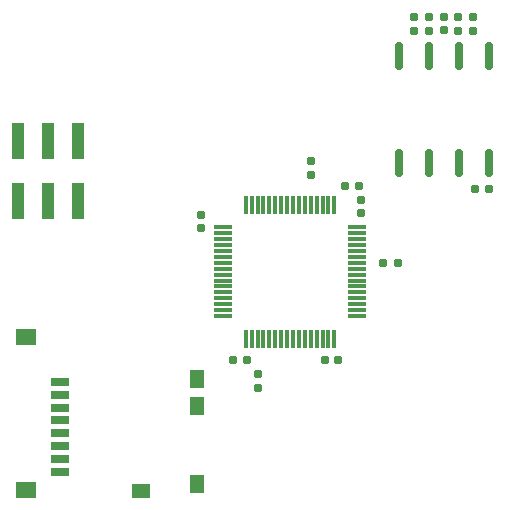
<source format=gbr>
%TF.GenerationSoftware,KiCad,Pcbnew,(6.0.1)*%
%TF.CreationDate,2022-02-28T23:17:01+05:30*%
%TF.ProjectId,ProIMU_V1,50726f49-4d55-45f5-9631-2e6b69636164,rev?*%
%TF.SameCoordinates,Original*%
%TF.FileFunction,Paste,Bot*%
%TF.FilePolarity,Positive*%
%FSLAX46Y46*%
G04 Gerber Fmt 4.6, Leading zero omitted, Abs format (unit mm)*
G04 Created by KiCad (PCBNEW (6.0.1)) date 2022-02-28 23:17:01*
%MOMM*%
%LPD*%
G01*
G04 APERTURE LIST*
G04 Aperture macros list*
%AMRoundRect*
0 Rectangle with rounded corners*
0 $1 Rounding radius*
0 $2 $3 $4 $5 $6 $7 $8 $9 X,Y pos of 4 corners*
0 Add a 4 corners polygon primitive as box body*
4,1,4,$2,$3,$4,$5,$6,$7,$8,$9,$2,$3,0*
0 Add four circle primitives for the rounded corners*
1,1,$1+$1,$2,$3*
1,1,$1+$1,$4,$5*
1,1,$1+$1,$6,$7*
1,1,$1+$1,$8,$9*
0 Add four rect primitives between the rounded corners*
20,1,$1+$1,$2,$3,$4,$5,0*
20,1,$1+$1,$4,$5,$6,$7,0*
20,1,$1+$1,$6,$7,$8,$9,0*
20,1,$1+$1,$8,$9,$2,$3,0*%
G04 Aperture macros list end*
%ADD10RoundRect,0.155000X0.212500X0.155000X-0.212500X0.155000X-0.212500X-0.155000X0.212500X-0.155000X0*%
%ADD11RoundRect,0.155000X0.155000X-0.212500X0.155000X0.212500X-0.155000X0.212500X-0.155000X-0.212500X0*%
%ADD12RoundRect,0.155000X-0.212500X-0.155000X0.212500X-0.155000X0.212500X0.155000X-0.212500X0.155000X0*%
%ADD13RoundRect,0.155000X-0.155000X0.212500X-0.155000X-0.212500X0.155000X-0.212500X0.155000X0.212500X0*%
%ADD14RoundRect,0.160000X-0.160000X0.197500X-0.160000X-0.197500X0.160000X-0.197500X0.160000X0.197500X0*%
%ADD15R,1.500000X0.800000*%
%ADD16R,1.500000X1.150000*%
%ADD17R,1.150000X1.500000*%
%ADD18R,1.700000X1.400000*%
%ADD19R,1.000000X3.150000*%
%ADD20RoundRect,0.160000X0.160000X-0.197500X0.160000X0.197500X-0.160000X0.197500X-0.160000X-0.197500X0*%
%ADD21RoundRect,0.160000X-0.197500X-0.160000X0.197500X-0.160000X0.197500X0.160000X-0.197500X0.160000X0*%
%ADD22RoundRect,0.075000X0.700000X0.075000X-0.700000X0.075000X-0.700000X-0.075000X0.700000X-0.075000X0*%
%ADD23RoundRect,0.075000X0.075000X0.700000X-0.075000X0.700000X-0.075000X-0.700000X0.075000X-0.700000X0*%
%ADD24RoundRect,0.162500X0.162500X-1.012500X0.162500X1.012500X-0.162500X1.012500X-0.162500X-1.012500X0*%
G04 APERTURE END LIST*
D10*
%TO.C,C1*%
X154317500Y-97750000D03*
X153182500Y-97750000D03*
%TD*%
D11*
%TO.C,C20*%
X154500000Y-100067500D03*
X154500000Y-98932500D03*
%TD*%
D12*
%TO.C,C5*%
X164182500Y-98000000D03*
X165317500Y-98000000D03*
%TD*%
D13*
%TO.C,C17*%
X141000000Y-100182500D03*
X141000000Y-101317500D03*
%TD*%
%TO.C,C16*%
X145750000Y-113682500D03*
X145750000Y-114817500D03*
%TD*%
D14*
%TO.C,R2*%
X160250000Y-83402500D03*
X160250000Y-84597500D03*
%TD*%
%TO.C,R11*%
X150250000Y-95652500D03*
X150250000Y-96847500D03*
%TD*%
D12*
%TO.C,C19*%
X151432500Y-112500000D03*
X152567500Y-112500000D03*
%TD*%
D15*
%TO.C,J4*%
X129050000Y-114300000D03*
X129050000Y-115400000D03*
X129050000Y-116500000D03*
X129050000Y-117600000D03*
X129050000Y-118700000D03*
X129050000Y-119800000D03*
X129050000Y-120900000D03*
X129050000Y-122000000D03*
D16*
X135900000Y-123575000D03*
D17*
X140625000Y-116400000D03*
D18*
X126150000Y-110550000D03*
X126150000Y-123450000D03*
D17*
X140625000Y-114100000D03*
X140625000Y-123000000D03*
%TD*%
D19*
%TO.C,J1*%
X130540000Y-99025000D03*
X130540000Y-93975000D03*
X128000000Y-99025000D03*
X128000000Y-93975000D03*
X125460000Y-99025000D03*
X125460000Y-93975000D03*
%TD*%
D20*
%TO.C,R1*%
X162750000Y-84597500D03*
X162750000Y-83402500D03*
%TD*%
D14*
%TO.C,R4*%
X164000000Y-83402500D03*
X164000000Y-84597500D03*
%TD*%
%TO.C,R7*%
X159000000Y-83402500D03*
X159000000Y-84597500D03*
%TD*%
D21*
%TO.C,R3*%
X156402500Y-104250000D03*
X157597500Y-104250000D03*
%TD*%
D11*
%TO.C,C3*%
X161500000Y-84567500D03*
X161500000Y-83432500D03*
%TD*%
D22*
%TO.C,U10*%
X154175000Y-101250000D03*
X154175000Y-101750000D03*
X154175000Y-102250000D03*
X154175000Y-102750000D03*
X154175000Y-103250000D03*
X154175000Y-103750000D03*
X154175000Y-104250000D03*
X154175000Y-104750000D03*
X154175000Y-105250000D03*
X154175000Y-105750000D03*
X154175000Y-106250000D03*
X154175000Y-106750000D03*
X154175000Y-107250000D03*
X154175000Y-107750000D03*
X154175000Y-108250000D03*
X154175000Y-108750000D03*
D23*
X152250000Y-110675000D03*
X151750000Y-110675000D03*
X151250000Y-110675000D03*
X150750000Y-110675000D03*
X150250000Y-110675000D03*
X149750000Y-110675000D03*
X149250000Y-110675000D03*
X148750000Y-110675000D03*
X148250000Y-110675000D03*
X147750000Y-110675000D03*
X147250000Y-110675000D03*
X146750000Y-110675000D03*
X146250000Y-110675000D03*
X145750000Y-110675000D03*
X145250000Y-110675000D03*
X144750000Y-110675000D03*
D22*
X142825000Y-108750000D03*
X142825000Y-108250000D03*
X142825000Y-107750000D03*
X142825000Y-107250000D03*
X142825000Y-106750000D03*
X142825000Y-106250000D03*
X142825000Y-105750000D03*
X142825000Y-105250000D03*
X142825000Y-104750000D03*
X142825000Y-104250000D03*
X142825000Y-103750000D03*
X142825000Y-103250000D03*
X142825000Y-102750000D03*
X142825000Y-102250000D03*
X142825000Y-101750000D03*
X142825000Y-101250000D03*
D23*
X144750000Y-99325000D03*
X145250000Y-99325000D03*
X145750000Y-99325000D03*
X146250000Y-99325000D03*
X146750000Y-99325000D03*
X147250000Y-99325000D03*
X147750000Y-99325000D03*
X148250000Y-99325000D03*
X148750000Y-99325000D03*
X149250000Y-99325000D03*
X149750000Y-99325000D03*
X150250000Y-99325000D03*
X150750000Y-99325000D03*
X151250000Y-99325000D03*
X151750000Y-99325000D03*
X152250000Y-99325000D03*
%TD*%
D12*
%TO.C,C18*%
X143682500Y-112500000D03*
X144817500Y-112500000D03*
%TD*%
D24*
%TO.C,U2*%
X165310000Y-95775000D03*
X162770000Y-95775000D03*
X160230000Y-95775000D03*
X157690000Y-95775000D03*
X157690000Y-86725000D03*
X160230000Y-86725000D03*
X162770000Y-86725000D03*
X165310000Y-86725000D03*
%TD*%
M02*

</source>
